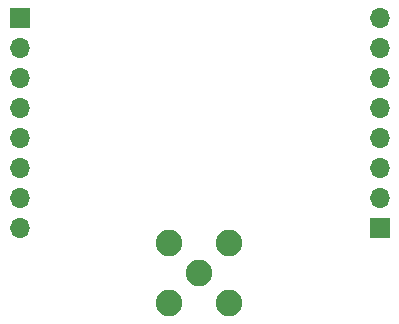
<source format=gbr>
%TF.GenerationSoftware,KiCad,Pcbnew,5.1.12-84ad8e8a86~92~ubuntu20.04.1*%
%TF.CreationDate,2021-12-04T14:18:14+01:00*%
%TF.ProjectId,RFMBreakout,52464d42-7265-4616-9b6f-75742e6b6963,rev?*%
%TF.SameCoordinates,Original*%
%TF.FileFunction,Soldermask,Bot*%
%TF.FilePolarity,Negative*%
%FSLAX46Y46*%
G04 Gerber Fmt 4.6, Leading zero omitted, Abs format (unit mm)*
G04 Created by KiCad (PCBNEW 5.1.12-84ad8e8a86~92~ubuntu20.04.1) date 2021-12-04 14:18:14*
%MOMM*%
%LPD*%
G01*
G04 APERTURE LIST*
%ADD10C,2.250000*%
%ADD11O,1.700000X1.700000*%
%ADD12R,1.700000X1.700000*%
G04 APERTURE END LIST*
D10*
%TO.C,J4*%
X134540000Y-99060000D03*
X134540000Y-104140000D03*
X129460000Y-104140000D03*
X129460000Y-99060000D03*
X132000000Y-101600000D03*
%TD*%
D11*
%TO.C,J2*%
X147320000Y-80010000D03*
X147320000Y-82550000D03*
X147320000Y-85090000D03*
X147320000Y-87630000D03*
X147320000Y-90170000D03*
X147320000Y-92710000D03*
X147320000Y-95250000D03*
D12*
X147320000Y-97790000D03*
%TD*%
D11*
%TO.C,J1*%
X116840000Y-97790000D03*
X116840000Y-95250000D03*
X116840000Y-92710000D03*
X116840000Y-90170000D03*
X116840000Y-87630000D03*
X116840000Y-85090000D03*
X116840000Y-82550000D03*
D12*
X116840000Y-80010000D03*
%TD*%
M02*

</source>
